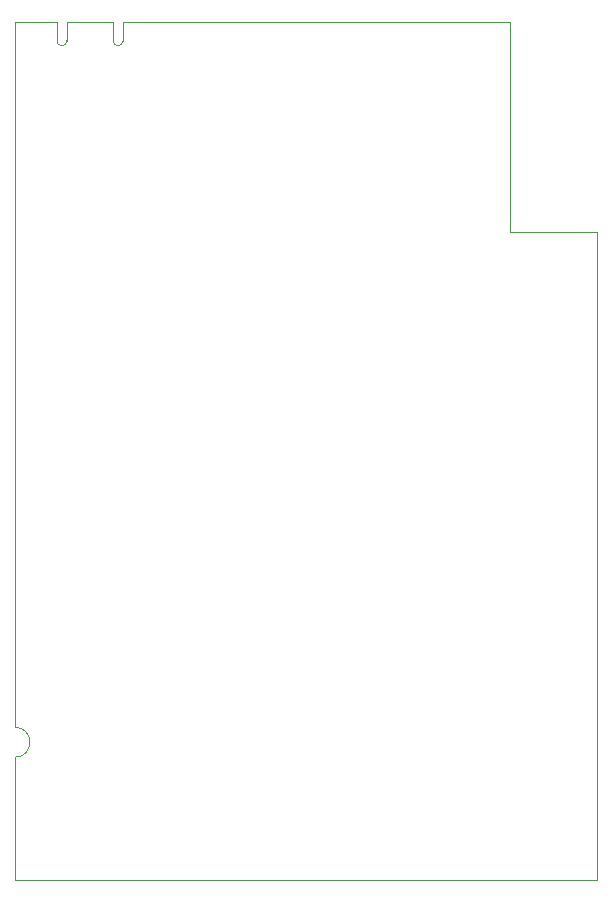
<source format=gm1>
G04 #@! TF.GenerationSoftware,KiCad,Pcbnew,(5.1.10)-1*
G04 #@! TF.CreationDate,2022-09-08T14:44:36+02:00*
G04 #@! TF.ProjectId,gbCartridge,67624361-7274-4726-9964-67652e6b6963,rev?*
G04 #@! TF.SameCoordinates,Original*
G04 #@! TF.FileFunction,Profile,NP*
%FSLAX46Y46*%
G04 Gerber Fmt 4.6, Leading zero omitted, Abs format (unit mm)*
G04 Created by KiCad (PCBNEW (5.1.10)-1) date 2022-09-08 14:44:36*
%MOMM*%
%LPD*%
G01*
G04 APERTURE LIST*
G04 #@! TA.AperFunction,Profile*
%ADD10C,0.050000*%
G04 #@! TD*
G04 #@! TA.AperFunction,Profile*
%ADD11C,0.100000*%
G04 #@! TD*
G04 APERTURE END LIST*
D10*
X128524000Y-96520000D02*
X96714000Y-96517800D01*
X128524000Y-114300000D02*
X128524000Y-96520000D01*
X135890000Y-114300000D02*
X128524000Y-114300000D01*
X135890000Y-169164000D02*
X135890000Y-114300000D01*
X89214000Y-96517800D02*
X86614000Y-96520000D01*
X86614000Y-96520000D02*
X86614000Y-156210000D01*
X86614000Y-169164000D02*
X135890000Y-169164000D01*
X86614000Y-158750000D02*
X86614000Y-169164000D01*
X86614000Y-156210000D02*
G75*
G02*
X86614000Y-158750000I0J-1270000D01*
G01*
D11*
X90164000Y-96517800D02*
X89214000Y-96517800D01*
X90164000Y-98092800D02*
X90164000Y-96517800D01*
X91014000Y-98092800D02*
X91014000Y-96517800D01*
X94914000Y-96517800D02*
X91014000Y-96517800D01*
X94914000Y-98092800D02*
X94914000Y-96517800D01*
X95764000Y-98092800D02*
X95764000Y-96517800D01*
X96714000Y-96517800D02*
X95764000Y-96517800D01*
X94914000Y-98092800D02*
G75*
G03*
X95764000Y-98092800I425000J0D01*
G01*
X90164000Y-98092800D02*
G75*
G03*
X91014000Y-98092800I425000J0D01*
G01*
M02*

</source>
